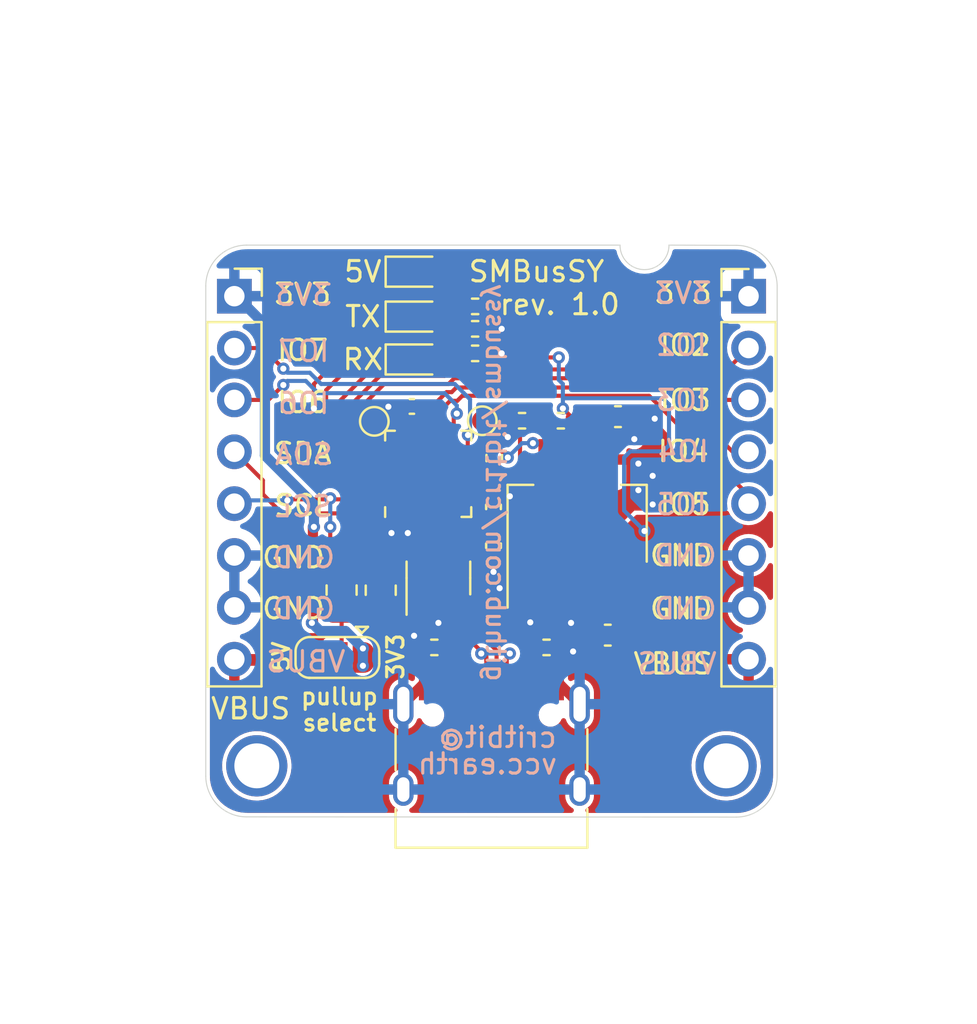
<source format=kicad_pcb>
(kicad_pcb (version 20211014) (generator pcbnew)
  (layers (0 "F.Cu" signal) (31 "B.Cu" signal) (34 "B.Paste" user) (35 "F.Paste" user) (36 "B.SilkS" user "B.Silkscreen") (37 "F.SilkS" user "F.Silkscreen") (38 "B.Mask" user) (39 "F.Mask" user) (44 "Edge.Cuts" user))
  (net 0 "")
  (net 1 "GND")
  (net 2 "VBUS")
  (net 3 "+3V3")
  (net 4 "/LED_TX")
  (net 5 "/LED_RX")
  (net 6 "Net-(C3-Pad1)")
  (net 7 "Net-(D1-Pad2)")
  (net 8 "Net-(D2-Pad2)")
  (net 9 "Net-(D3-Pad2)")
  (net 10 "Net-(J1-PadA5)")
  (net 11 "Net-(J1-PadA6)")
  (net 12 "Net-(J1-PadA7)")
  (net 14 "/IO7")
  (net 15 "/IO6")
  (net 16 "/SDA")
  (net 17 "/SCL")
  (net 18 "/IO5")
  (net 19 "/IO4")
  (net 20 "Net-(J1-PadB5)")
  (net 22 "Net-(JP1-Pad2)")
  (net 23 "Net-(R7-Pad2)")
  (net 24 "Net-(R10-Pad2)")
  (net 25 "Net-(TP1-Pad1)")
  (net 26 "Net-(TP2-Pad1)")
  (net 27 "Net-(U1-Pad4)")
  (net 28 "Net-(U1-Pad6)")
  (net 29 "/IO3")
  (net 30 "/IO2")
  (footprint "LED_SMD:LED_0603_1608Metric" (layer "F.Cu") (at 74.3 49.5)
    (fp_text reference "D1" hide)
    (fp_text value "LED")
    (pad "1" smd roundrect (at -0.7875 0) (size 0.875 0.95) (layers "F.Cu" "F.Paste" "F.Mask") (net 4 "/LED_TX"))
    (pad "2" smd roundrect (at 0.7875 0) (size 0.875 0.95) (layers "F.Cu" "F.Paste" "F.Mask") (net 7 "Net-(D1-Pad2)"))
  )
  (footprint "LED_SMD:LED_0603_1608Metric" (layer "F.Cu") (at 74.3 51.6)
    (fp_text reference "D2" hide)
    (fp_text value "LED")
    (pad "1" smd roundrect (at -0.7875 0) (size 0.875 0.95) (layers "F.Cu" "F.Paste" "F.Mask") (net 5 "/LED_RX"))
    (pad "2" smd roundrect (at 0.7875 0) (size 0.875 0.95) (layers "F.Cu" "F.Paste" "F.Mask") (net 8 "Net-(D2-Pad2)"))
  )
  (footprint "Resistor_SMD:R_0402_1005Metric" (layer "F.Cu") (at 78.136453 56.427734 -90)
    (fp_text reference "R7" hide)
    (fp_text value "1k")
    (pad "1" smd roundrect (at -0.51 0 270) (size 0.54 0.64) (layers "F.Cu" "F.Paste" "F.Mask") (net 3 "+3V3"))
    (pad "2" smd roundrect (at 0.51 0 270) (size 0.54 0.64) (layers "F.Cu" "F.Paste" "F.Mask") (net 23 "Net-(R7-Pad2)"))
  )
  (footprint "Resistor_SMD:R_0402_1005Metric" (layer "F.Cu") (at 77.2 51.3 180)
    (fp_text reference "R2" hide)
    (fp_text value "330")
    (pad "1" smd roundrect (at -0.51 0 180) (size 0.54 0.64) (layers "F.Cu" "F.Paste" "F.Mask") (net 3 "+3V3"))
    (pad "2" smd roundrect (at 0.51 0 180) (size 0.54 0.64) (layers "F.Cu" "F.Paste" "F.Mask") (net 8 "Net-(D2-Pad2)"))
  )
  (footprint "Resistor_SMD:R_0402_1005Metric" (layer "F.Cu") (at 81.4 54.6 180)
    (fp_text reference "R9" hide)
    (fp_text value "22k")
    (pad "1" smd roundrect (at -0.51 0 180) (size 0.54 0.64) (layers "F.Cu" "F.Paste" "F.Mask") (net 2 "VBUS"))
    (pad "2" smd roundrect (at 0.51 0 180) (size 0.54 0.64) (layers "F.Cu" "F.Paste" "F.Mask") (net 24 "Net-(R10-Pad2)"))
  )
  (footprint "Resistor_SMD:R_0402_1005Metric" (layer "F.Cu") (at 77.2 50.1 180)
    (fp_text reference "R1" hide)
    (fp_text value "330")
    (pad "1" smd roundrect (at -0.51 0 180) (size 0.54 0.64) (layers "F.Cu" "F.Paste" "F.Mask") (net 3 "+3V3"))
    (pad "2" smd roundrect (at 0.51 0 180) (size 0.54 0.64) (layers "F.Cu" "F.Paste" "F.Mask") (net 7 "Net-(D1-Pad2)"))
  )
  (footprint "LED_SMD:LED_0603_1608Metric" (layer "F.Cu") (at 74.3 47.3)
    (fp_text reference "D3" hide)
    (fp_text value "LED")
    (pad "1" smd roundrect (at -0.7875 0) (size 0.875 0.95) (layers "F.Cu" "F.Paste" "F.Mask") (net 1 "GND"))
    (pad "2" smd roundrect (at 0.7875 0) (size 0.875 0.95) (layers "F.Cu" "F.Paste" "F.Mask") (net 9 "Net-(D3-Pad2)"))
  )
  (footprint "Resistor_SMD:R_0402_1005Metric" (layer "F.Cu") (at 77.2 49)
    (fp_text reference "R8" hide)
    (fp_text value "1k")
    (pad "1" smd roundrect (at -0.51 0) (size 0.54 0.64) (layers "F.Cu" "F.Paste" "F.Mask") (net 9 "Net-(D3-Pad2)"))
    (pad "2" smd roundrect (at 0.51 0) (size 0.54 0.64) (layers "F.Cu" "F.Paste" "F.Mask") (net 2 "VBUS"))
  )
  (footprint "Connector_PinHeader_2.54mm:PinHeader_1x08_P2.54mm_Vertical" (layer "F.Cu") (at 65.4 48.5)
    (fp_text reference "J2" hide)
    (fp_text value "MAIN_OUT")
    (pad "1" thru_hole rect (at 0 0) (size 1.7 1.7) (drill 1) (layers *.Cu *.Mask) (net 3 "+3V3"))
    (pad "2" thru_hole oval (at 0 2.54) (size 1.7 1.7) (drill 1) (layers *.Cu *.Mask) (net 14 "/IO7"))
    (pad "3" thru_hole oval (at 0 5.08) (size 1.7 1.7) (drill 1) (layers *.Cu *.Mask) (net 15 "/IO6"))
    (pad "4" thru_hole oval (at 0 7.62) (size 1.7 1.7) (drill 1) (layers *.Cu *.Mask) (net 16 "/SDA"))
    (pad "5" thru_hole oval (at 0 10.16) (size 1.7 1.7) (drill 1) (layers *.Cu *.Mask) (net 17 "/SCL"))
    (pad "6" thru_hole oval (at 0 12.7) (size 1.7 1.7) (drill 1) (layers *.Cu *.Mask) (net 1 "GND"))
    (pad "7" thru_hole oval (at 0 15.24) (size 1.7 1.7) (drill 1) (layers *.Cu *.Mask) (net 1 "GND"))
    (pad "8" thru_hole oval (at 0 17.78) (size 1.7 1.7) (drill 1) (layers *.Cu *.Mask) (net 2 "VBUS"))
  )
  (footprint "Jumper:SolderJumper-3_P1.3mm_Bridged12_RoundedPad1.0x1.5mm" (layer "F.Cu") (at 70.45 66.1925 180)
    (fp_text reference "JP1" hide)
    (fp_text value "PU_VSEL")
    (fp_poly (pts (xy -0.9 -0.3) (xy -0.4 -0.3) (xy -0.4 0.3) (xy -0.9 0.3)) (layer "F.Cu") (width 0) (fill solid))
    (pad "1" smd custom (at -1.3 0 180) (size 1 0.5) (layers "F.Cu" "F.Mask") (net 3 "+3V3") (options (clearance outline) (anchor rect)) (primitives (gr_circle (center 0 0.25) (end 0.5 0.25) (width 0) (fill yes)) (gr_circle (center 0 -0.25) (end 0.5 -0.25) (width 0) (fill yes)) (gr_poly (pts (xy 0.55 0.75) (xy 0 0.75) (xy 0 -0.75) (xy 0.55 -0.75)) (width 0) (fill yes))))
    (pad "2" smd rect (at 0 0 180) (size 1 1.5) (layers "F.Cu" "F.Mask") (net 22 "Net-(JP1-Pad2)"))
    (pad "3" smd custom (at 1.3 0 180) (size 1 0.5) (layers "F.Cu" "F.Mask") (net 2 "VBUS") (options (clearance outline) (anchor rect)) (primitives (gr_circle (center 0 0.25) (end 0.5 0.25) (width 0) (fill yes)) (gr_circle (center 0 -0.25) (end 0.5 -0.25) (width 0) (fill yes)) (gr_poly (pts (xy 0 0.75) (xy -0.55 0.75) (xy -0.55 -0.75) (xy 0 -0.75)) (width 0) (fill yes))))
  )
  (footprint "Connector_USB:USB_C_Receptacle_HRO_TYPE-C-31-M-12" (layer "F.Cu") (at 78 71.61)
    (fp_text reference "J1" hide)
    (fp_text value "USB_C_Receptacle_USB2.0")
    (pad "" np_thru_hole circle (at 2.89 -2.6) (size 0.65 0.65) (drill 0.65) (layers *.Cu *.Mask))
    (pad "" np_thru_hole circle (at -2.89 -2.6) (size 0.65 0.65) (drill 0.65) (layers *.Cu *.Mask))
    (pad "A1" smd rect (at -3.25 -4.045) (size 0.6 1.45) (layers "F.Cu" "F.Paste" "F.Mask") (net 1 "GND"))
    (pad "A4" smd rect (at -2.45 -4.045) (size 0.6 1.45) (layers "F.Cu" "F.Paste" "F.Mask") (net 2 "VBUS"))
    (pad "A5" smd rect (at -1.25 -4.045) (size 0.3 1.45) (layers "F.Cu" "F.Paste" "F.Mask") (net 10 "Net-(J1-PadA5)"))
    (pad "A6" smd rect (at -0.25 -4.045) (size 0.3 1.45) (layers "F.Cu" "F.Paste" "F.Mask") (net 11 "Net-(J1-PadA6)"))
    (pad "A7" smd rect (at 0.25 -4.045) (size 0.3 1.45) (layers "F.Cu" "F.Paste" "F.Mask") (net 12 "Net-(J1-PadA7)"))
    (pad "A8" smd rect (at 1.25 -4.045) (size 0.3 1.45) (layers "F.Cu" "F.Paste" "F.Mask"))
    (pad "A9" smd rect (at 2.45 -4.045) (size 0.6 1.45) (layers "F.Cu" "F.Paste" "F.Mask") (net 2 "VBUS"))
    (pad "A12" smd rect (at 3.25 -4.045) (size 0.6 1.45) (layers "F.Cu" "F.Paste" "F.Mask") (net 1 "GND"))
    (pad "B1" smd rect (at 3.25 -4.045) (size 0.6 1.45) (layers "F.Cu" "F.Paste" "F.Mask") (net 1 "GND"))
    (pad "B4" smd rect (at 2.45 -4.045) (size 0.6 1.45) (layers "F.Cu" "F.Paste" "F.Mask") (net 2 "VBUS"))
    (pad "B5" smd rect (at 1.75 -4.045) (size 0.3 1.45) (layers "F.Cu" "F.Paste" "F.Mask") (net 20 "Net-(J1-PadB5)"))
    (pad "B6" smd rect (at 0.75 -4.045) (size 0.3 1.45) (layers "F.Cu" "F.Paste" "F.Mask") (net 11 "Net-(J1-PadA6)"))
    (pad "B7" smd rect (at -0.75 -4.045) (size 0.3 1.45) (layers "F.Cu" "F.Paste" "F.Mask") (net 12 "Net-(J1-PadA7)"))
    (pad "B8" smd rect (at -1.75 -4.045) (size 0.3 1.45) (layers "F.Cu" "F.Paste" "F.Mask"))
    (pad "B9" smd rect (at -2.45 -4.045) (size 0.6 1.45) (layers "F.Cu" "F.Paste" "F.Mask") (net 2 "VBUS"))
    (pad "B12" smd rect (at -3.25 -4.045) (size 0.6 1.45) (layers "F.Cu" "F.Paste" "F.Mask") (net 1 "GND"))
    (pad "S1" thru_hole oval (at 4.32 -3.13) (size 1 2.1) (drill oval 0.6 1.7) (layers *.Cu *.Mask) (net 1 "GND"))
    (pad "S1" thru_hole oval (at -4.32 -3.13) (size 1 2.1) (drill oval 0.6 1.7) (layers *.Cu *.Mask) (net 1 "GND"))
    (pad "S1" thru_hole oval (at 4.32 1.05) (size 1 1.6) (drill oval 0.6 1.2) (layers *.Cu *.Mask) (net 1 "GND"))
    (pad "S1" thru_hole oval (at -4.32 1.05) (size 1 1.6) (drill oval 0.6 1.2) (layers *.Cu *.Mask) (net 1 "GND"))
  )
  (footprint "Package_TO_SOT_SMD:SOT-223-3_TabPin2" (layer "F.Cu") (at 82.2 59.65 90)
    (fp_text reference "U3" hide)
    (fp_text value "LM1117-3.3")
    (pad "1" smd rect (at -3.15 -2.3 90) (size 2 1.5) (layers "F.Cu" "F.Paste" "F.Mask") (net 1 "GND"))
    (pad "2" smd rect (at -3.15 0 90) (size 2 1.5) (layers "F.Cu" "F.Paste" "F.Mask") (net 3 "+3V3"))
    (pad "2" smd rect (at 3.15 0 90) (size 2 3.8) (layers "F.Cu" "F.Paste" "F.Mask") (net 3 "+3V3"))
    (pad "3" smd rect (at -3.15 2.3 90) (size 2 1.5) (layers "F.Cu" "F.Paste" "F.Mask") (net 2 "VBUS"))
  )
  (footprint "Resistor_SMD:R_0805_2012Metric_Pad1.20x1.40mm_HandSolder" (layer "F.Cu") (at 70.656627 62.892734 90)
    (fp_text reference "R6" hide)
    (fp_text value "2.2k/1206")
    (pad "1" smd roundrect (at -1 0 90) (size 1.2 1.4) (layers "F.Cu" "F.Paste" "F.Mask") (roundrect_rratio 0.2083333333) (net 22 "Net-(JP1-Pad2)"))
    (pad "2" smd roundrect (at 1 0 90) (size 1.2 1.4) (layers "F.Cu" "F.Paste" "F.Mask") (roundrect_rratio 0.2083333333) (net 17 "/SCL"))
  )
  (footprint "Connector_PinHeader_2.54mm:PinHeader_1x08_P2.54mm_Vertical" (layer "F.Cu") (at 90.6 48.5)
    (fp_text reference "J3" hide)
    (fp_text value "SEC_OUT")
    (pad "1" thru_hole rect (at 0 0) (size 1.7 1.7) (drill 1) (layers *.Cu *.Mask) (net 3 "+3V3"))
    (pad "2" thru_hole oval (at 0 2.54) (size 1.7 1.7) (drill 1) (layers *.Cu *.Mask) (net 30 "/IO2"))
    (pad "3" thru_hole oval (at 0 5.08) (size 1.7 1.7) (drill 1) (layers *.Cu *.Mask) (net 29 "/IO3"))
    (pad "4" thru_hole oval (at 0 7.62) (size 1.7 1.7) (drill 1) (layers *.Cu *.Mask) (net 19 "/IO4"))
    (pad "5" thru_hole oval (at 0 10.16) (size 1.7 1.7) (drill 1) (layers *.Cu *.Mask) (net 18 "/IO5"))
    (pad "6" thru_hole oval (at 0 12.7) (size 1.7 1.7) (drill 1) (layers *.Cu *.Mask) (net 1 "GND"))
    (pad "7" thru_hole oval (at 0 15.24) (size 1.7 1.7) (drill 1) (layers *.Cu *.Mask) (net 1 "GND"))
    (pad "8" thru_hole oval (at 0 17.78) (size 1.7 1.7) (drill 1) (layers *.Cu *.Mask) (net 2 "VBUS"))
  )
  (footprint "Capacitor_SMD:C_0603_1608Metric" (layer "F.Cu") (at 84.2 54.4)
    (fp_text reference "C5" hide)
    (fp_text value "10u")
    (pad "1" smd roundrect (at -0.775 0) (size 0.9 0.95) (layers "F.Cu" "F.Paste" "F.Mask") (net 3 "+3V3"))
    (pad "2" smd roundrect (at 0.775 0) (size 0.9 0.95) (layers "F.Cu" "F.Paste" "F.Mask") (net 1 "GND"))
  )
  (footprint "Capacitor_SMD:C_0402_1005Metric" (layer "F.Cu") (at 78.1 60.72 -90)
    (fp_text reference "C1" hide)
    (fp_text value "100n")
    (pad "1" smd roundrect (at -0.48 0 270) (size 0.56 0.62) (layers "F.Cu" "F.Paste" "F.Mask") (net 3 "+3V3"))
    (pad "2" smd roundrect (at 0.48 0 270) (size 0.56 0.62) (layers "F.Cu" "F.Paste" "F.Mask") (net 1 "GND"))
  )
  (footprint "Package_TO_SOT_SMD:SOT-23-6" (layer "F.Cu") (at 75.4 62.3 90)
    (fp_text reference "U1" hide)
    (fp_text value "USBLC6-2SC6")
    (pad "1" smd roundrect (at -1.1375 -0.95 90) (size 1.325 0.6) (layers "F.Cu" "F.Paste" "F.Mask") (net 11 "Net-(J1-PadA6)"))
    (pad "2" smd roundrect (at -1.1375 0 90) (size 1.325 0.6) (layers "F.Cu" "F.Paste" "F.Mask") (net 1 "GND"))
    (pad "3" smd roundrect (at -1.1375 0.95 90) (size 1.325 0.6) (layers "F.Cu" "F.Paste" "F.Mask") (net 12 "Net-(J1-PadA7)"))
    (pad "4" smd roundrect (at 1.1375 0.95 90) (size 1.325 0.6) (layers "F.Cu" "F.Paste" "F.Mask") (net 27 "Net-(U1-Pad4)"))
    (pad "5" smd roundrect (at 1.1375 0 90) (size 1.325 0.6) (layers "F.Cu" "F.Paste" "F.Mask") (net 2 "VBUS"))
    (pad "6" smd roundrect (at 1.1375 -0.95 90) (size 1.325 0.6) (layers "F.Cu" "F.Paste" "F.Mask") (net 28 "Net-(U1-Pad6)"))
  )
  (footprint "Capacitor_SMD:C_0402_1005Metric" (layer "F.Cu") (at 74.1 53.9 180)
    (fp_text reference "C3" hide)
    (fp_text value "2.2u")
    (pad "1" smd roundrect (at -0.48 0 180) (size 0.56 0.62) (layers "F.Cu" "F.Paste" "F.Mask") (net 6 "Net-(C3-Pad1)"))
    (pad "2" smd roundrect (at 0.48 0 180) (size 0.56 0.62) (layers "F.Cu" "F.Paste" "F.Mask") (net 1 "GND"))
  )
  (footprint "Package_DFN_QFN:QFN-24-1EP_4x4mm_P0.5mm_EP2.6x2.6mm" (layer "F.Cu") (at 74.9 57.2 90)
    (fp_text reference "U2" hide)
    (fp_text value "CP2112")
    (pad "1" smd roundrect (at -1.9375 -1.25 90) (size 0.825 0.25) (layers "F.Cu" "F.Paste" "F.Mask") (net 16 "/SDA"))
    (pad "2" smd roundrect (at -1.9375 -0.75 90) (size 0.825 0.25) (layers "F.Cu" "F.Paste" "F.Mask") (net 1 "GND"))
    (pad "3" smd roundrect (at -1.9375 -0.25 90) (size 0.825 0.25) (layers "F.Cu" "F.Paste" "F.Mask") (net 28 "Net-(U1-Pad6)"))
    (pad "4" smd roundrect (at -1.9375 0.25 90) (size 0.825 0.25) (layers "F.Cu" "F.Paste" "F.Mask") (net 27 "Net-(U1-Pad4)"))
    (pad "5" smd roundrect (at -1.9375 0.75 90) (size 0.825 0.25) (layers "F.Cu" "F.Paste" "F.Mask") (net 3 "+3V3"))
    (pad "6" smd roundrect (at -1.9375 1.25 90) (size 0.825 0.25) (layers "F.Cu" "F.Paste" "F.Mask") (net 3 "+3V3"))
    (pad "7" smd roundrect (at -1.25 1.9375 90) (size 0.25 0.825) (layers "F.Cu" "F.Paste" "F.Mask") (net 3 "+3V3"))
    (pad "8" smd roundrect (at -0.75 1.9375 90) (size 0.25 0.825) (layers "F.Cu" "F.Paste" "F.Mask") (net 24 "Net-(R10-Pad2)"))
    (pad "9" smd roundrect (at -0.25 1.9375 90) (size 0.25 0.825) (layers "F.Cu" "F.Paste" "F.Mask") (net 23 "Net-(R7-Pad2)"))
    (pad "10" smd roundrect (at 0.25 1.9375 90) (size 0.25 0.825) (layers "F.Cu" "F.Paste" "F.Mask"))
    (pad "11" smd roundrect (at 0.75 1.9375 90) (size 0.25 0.825) (layers "F.Cu" "F.Paste" "F.Mask") (net 26 "Net-(TP2-Pad1)"))
    (pad "12" smd roundrect (at 1.25 1.9375 90) (size 0.25 0.825) (layers "F.Cu" "F.Paste" "F.Mask") (net 14 "/IO7"))
    (pad "13" smd roundrect (at 1.9375 1.25 90) (size 0.825 0.25) (layers "F.Cu" "F.Paste" "F.Mask") (net 15 "/IO6"))
    (pad "14" smd roundrect (at 1.9375 0.75 90) (size 0.825 0.25) (layers "F.Cu" "F.Paste" "F.Mask") (net 18 "/IO5"))
    (pad "15" smd roundrect (at 1.9375 0.25 90) (size 0.825 0.25) (layers "F.Cu" "F.Paste" "F.Mask") (net 19 "/IO4"))
    (pad "16" smd roundrect (at 1.9375 -0.25 90) (size 0.825 0.25) (layers "F.Cu" "F.Paste" "F.Mask") (net 6 "Net-(C3-Pad1)"))
    (pad "17" smd roundrect (at 1.9375 -0.75 90) (size 0.825 0.25) (layers "F.Cu" "F.Paste" "F.Mask") (net 25 "Net-(TP1-Pad1)"))
    (pad "18" smd roundrect (at 1.9375 -1.25 90) (size 0.825 0.25) (layers "F.Cu" "F.Paste" "F.Mask"))
    (pad "19" smd roundrect (at 1.25 -1.9375 90) (size 0.25 0.825) (layers "F.Cu" "F.Paste" "F.Mask"))
    (pad "20" smd roundrect (at 0.75 -1.9375 90) (size 0.25 0.825) (layers "F.Cu" "F.Paste" "F.Mask") (net 29 "/IO3"))
    (pad "21" smd roundrect (at 0.25 -1.9375 90) (size 0.25 0.825) (layers "F.Cu" "F.Paste" "F.Mask") (net 30 "/IO2"))
    (pad "22" smd roundrect (at -0.25 -1.9375 90) (size 0.25 0.825) (layers "F.Cu" "F.Paste" "F.Mask") (net 5 "/LED_RX"))
    (pad "23" smd roundrect (at -0.75 -1.9375 90) (size 0.25 0.825) (layers "F.Cu" "F.Paste" "F.Mask") (net 4 "/LED_TX"))
    (pad "24" smd roundrect (at -1.25 -1.9375 90) (size 0.25 0.825) (layers "F.Cu" "F.Paste" "F.Mask") (net 17 "/SCL"))
    (pad "25" smd rect (at 0 0 90) (size 2.6 2.6) (layers "F.Cu" "F.Mask") (net 1 "GND"))
  )
  (footprint "Resistor_SMD:R_0402_1005Metric" (layer "F.Cu") (at 79.5 54.6)
    (fp_text reference "R10" hide)
    (fp_text value "47k")
    (pad "1" smd roundrect (at -0.51 0) (size 0.54 0.64) (layers "F.Cu" "F.Paste" "F.Mask") (net 1 "GND"))
    (pad "2" smd roundrect (at 0.51 0) (size 0.54 0.64) (layers "F.Cu" "F.Paste" "F.Mask") (net 24 "Net-(R10-Pad2)"))
  )
  (footprint "Resistor_SMD:R_0805_2012Metric_Pad1.20x1.40mm_HandSolder" (layer "F.Cu") (at 72.573949 62.899557 90)
    (fp_text reference "R5" hide)
    (fp_text value "2.2k/1206")
    (pad "1" smd roundrect (at -1 0 90) (size 1.2 1.4) (layers "F.Cu" "F.Paste" "F.Mask") (roundrect_rratio 0.2083333333) (net 22 "Net-(JP1-Pad2)"))
    (pad "2" smd roundrect (at 1 0 90) (size 1.2 1.4) (layers "F.Cu" "F.Paste" "F.Mask") (roundrect_rratio 0.2083333333) (net 16 "/SDA"))
  )
  (footprint "TestPoint:TestPoint_Pad_D1.0mm" (layer "F.Cu") (at 72.258852 54.628603)
    (fp_text reference "TP1" hide)
    (fp_text value "nSUS")
    (pad "1" smd circle (at 0 0) (size 1 1) (layers "F.Cu" "F.Mask") (net 25 "Net-(TP1-Pad1)"))
  )
  (footprint "Resistor_SMD:R_0402_1005Metric" (layer "F.Cu") (at 75.2 65.7 180)
    (fp_text reference "R3" hide)
    (fp_text value "470")
    (pad "1" smd roundrect (at -0.51 0 180) (size 0.54 0.64) (layers "F.Cu" "F.Paste" "F.Mask") (net 10 "Net-(J1-PadA5)"))
    (pad "2" smd roundrect (at 0.51 0 180) (size 0.54 0.64) (layers "F.Cu" "F.Paste" "F.Mask") (net 1 "GND"))
  )
  (footprint "Resistor_SMD:R_0402_1005Metric" (layer "F.Cu") (at 80.7 65.7)
    (fp_text reference "R4" hide)
    (fp_text value "470")
    (pad "1" smd roundrect (at -0.51 0) (size 0.54 0.64) (layers "F.Cu" "F.Paste" "F.Mask") (net 20 "Net-(J1-PadB5)"))
    (pad "2" smd roundrect (at 0.51 0) (size 0.54 0.64) (layers "F.Cu" "F.Paste" "F.Mask") (net 1 "GND"))
  )
  (footprint "Capacitor_SMD:C_0402_1005Metric" (layer "F.Cu") (at 78.1 58.82 90)
    (fp_text reference "C2" hide)
    (fp_text value "2.2u")
    (pad "1" smd roundrect (at -0.48 0 90) (size 0.56 0.62) (layers "F.Cu" "F.Paste" "F.Mask") (net 3 "+3V3"))
    (pad "2" smd roundrect (at 0.48 0 90) (size 0.56 0.62) (layers "F.Cu" "F.Paste" "F.Mask") (net 1 "GND"))
  )
  (footprint "TestPoint:TestPoint_Pad_D1.0mm" (layer "F.Cu") (at 77.55 54.6)
    (fp_text reference "TP2" hide)
    (fp_text value "SUS")
    (pad "1" smd circle (at 0 0) (size 1 1) (layers "F.Cu" "F.Mask") (net 26 "Net-(TP2-Pad1)"))
  )
  (footprint "Capacitor_SMD:C_0603_1608Metric" (layer "F.Cu") (at 83.7 65.1 180)
    (fp_text reference "C4" hide)
    (fp_text value "10u")
    (pad "1" smd roundrect (at -0.775 0 180) (size 0.9 0.95) (layers "F.Cu" "F.Paste" "F.Mask") (net 2 "VBUS"))
    (pad "2" smd roundrect (at 0.775 0 180) (size 0.9 0.95) (layers "F.Cu" "F.Paste" "F.Mask") (net 1 "GND"))
  )
  (gr_line (start 90 74.01) (end 66 74) (layer "Edge.Cuts") (width 0.05))
  (gr_line (start 92 48.01) (end 92 72.01) (layer "Edge.Cuts") (width 0.05))
  (gr_line (start 64 72) (end 64 48) (layer "Edge.Cuts") (width 0.05))
  (gr_arc (start 86.7 46) (mid 85.5 47.2) (end 84.3 46) (layer "Edge.Cuts") (width 0.05))
  (gr_arc (start 64 48) (mid 64.585786 46.585786) (end 66 46) (layer "Edge.Cuts") (width 0.05))
  (gr_arc (start 66 74) (mid 64.585786 73.414214) (end 64 72) (layer "Edge.Cuts") (width 0.05))
  (gr_arc (start 90 46.01) (mid 91.414214 46.595786) (end 92 48.01) (layer "Edge.Cuts") (width 0.05))
  (gr_line (start 90 46.01) (end 86.7 46) (layer "Edge.Cuts") (width 0.05))
  (gr_line (start 66 46) (end 84.3 46) (layer "Edge.Cuts") (width 0.05))
  (gr_arc (start 92 72.01) (mid 91.414214 73.424214) (end 90 74.01) (layer "Edge.Cuts") (width 0.05))
  (gr_text "vcc.earth" (at 77.8 71.4) (layer "B.SilkS") (effects (font (size 1 1)) (justify mirror)))
  (gr_text "3V3" (at 87.403572 48.35) (layer "B.SilkS") (effects (font (size 1 1)) (justify mirror)))
  (gr_text "IO7" (at 68.8 51.2) (layer "B.SilkS") (effects (font (size 1 1)) (justify mirror)))
  (gr_text "GND" (at 87.503572 63.8) (layer "B.SilkS") (effects (font (size 1 1)) (justify mirror)))
  (gr_text "GND" (at 68.8 61.3) (layer "B.SilkS") (effects (font (size 1 1)) (justify mirror)))
  (gr_text "github.com/cr1tbit/smbussy" (at 78.2 47.8 270) (layer "B.SilkS") (effects (font (size 0.9 0.9)) (justify right mirror)))
  (gr_text "GND" (at 87.503572 61.2) (layer "B.SilkS") (effects (font (size 1 1)) (justify mirror)))
  (gr_text "VBUS" (at 87.1 66.5) (layer "B.SilkS") (effects (font (size 1 1)) (justify mirror)))
  (gr_text "IO5" (at 87.303572 58.7) (layer "B.SilkS") (effects (font (size 1 1)) (justify mirror)))
  (gr_text "IO3" (at 87.303572 53.6) (layer "B.SilkS") (effects (font (size 1 1)) (justify mirror)))
  (gr_text "critbit@" (at 78.3 70.1) (layer "B.SilkS") (effects (font (size 1 1)) (justify mirror)))
  (gr_text "IO2" (at 87.303572 50.9) (layer "B.SilkS") (effects (font (size 1 1)) (justify mirror)))
  (gr_text "IO4" (at 87.403572 56.1) (layer "B.SilkS") (effects (font (size 1 1)) (justify mirror)))
  (gr_text "VBUS" (at 68.904762 66.4) (layer "B.SilkS") (effects (font (size 1 1)) (justify mirror)))
  (gr_text "SDA" (at 68.8 56.25) (layer "B.SilkS") (effects (font (size 1 1)) (justify mirror)))
  (gr_text "SCL" (at 68.8 58.8) (layer "B.SilkS") (effects (font (size 1 1)) (justify mirror)))
  (gr_text "3V3" (at 68.8 48.45) (layer "B.SilkS") (effects (font (size 1 1)) (justify mirror)))
  (gr_text "IO6" (at 68.8 53.75) (layer "B.SilkS") (effects (font (size 1 1)) (justify mirror)))
  (gr_text "GND" (at 68.8 63.8) (layer "B.SilkS") (effects (font (size 1 1)) (justify mirror)))
  (gr_text "IO7" (at 68.75 51.15) (layer "F.SilkS") (effects (font (size 1 1))))
  (gr_text "3V3\n" (at 68.75 48.4) (layer "F.SilkS") (effects (font (size 1 1))))
  (gr_text "TX" (at 71.7 49.5) (layer "F.SilkS") (effects (font (size 1 1))))
  (gr_text "RX" (at 71.7 51.6) (layer "F.SilkS") (effects (font (size 1 1))))
  (gr_text "5V" (at 71.7 47.3) (layer "F.SilkS") (effects (font (size 1 1))))
  (gr_text "IO5" (at 87.5 58.7) (layer "F.SilkS") (effects (font (size 1 1))))
  (gr_text "IO4" (at 87.4 56.1) (layer "F.SilkS") (effects (font (size 1 1))))
  (gr_text "GND" (at 68.3 61.3) (layer "F.SilkS") (effects (font (size 1 1))))
  (gr_text "SCL" (at 68.75 58.75) (layer "F.SilkS") (effects (font (size 1 1))))
  (gr_text "GND" (at 68.3 63.8) (layer "F.SilkS") (effects (font (size 1 1))))
  (gr_text "GND" (at 87.3 61.2) (layer "F.SilkS") (effects (font (size 1 1))))
  (gr_text "3V3" (at 87.4 48.35) (layer "F.SilkS") (effects (font (size 1 1))))
  (gr_text "pullup\nselect" (at 70.55 68.75) (layer "F.SilkS") (effects (font (size 0.8 0.8))))
  (gr_text "VBUS" (at 66.2 68.7) (layer "F.SilkS") (effects (font (size 1 1))))
  (gr_text "IO2" (at 87.5 50.9) (layer "F.SilkS") (effects (font (size 1 1))))
  (gr_text "3V3" (at 73.3 66.15 90) (layer "F.SilkS") (effects (font (size 0.8 0.8))))
  (gr_text "VBUS" (at 86.9 66.5) (layer "F.SilkS") (effects (font (size 1 1))))
  (gr_text "IO3" (at 87.5 53.6) (layer "F.SilkS") (effects (font (size 1 1))))
  (gr_text "5V" (at 67.7 66.15 90) (layer "F.SilkS") (effects (font (size 0.8 0.8))))
  (gr_text "GND" (at 87.3 63.8) (layer "F.SilkS") (effects (font (size 1 1))))
  (gr_text "IO6" (at 68.75 53.7) (layer "F.SilkS") (effects (font (size 1 1))))
  (gr_text "SMBusSY\n  rev. 1.0" (at 76.8 48.1) (layer "F.SilkS") (effects (font (size 1 1)) (justify left)))
  (gr_text "SDA" (at 68.75 56.2) (layer "F.SilkS") (effects (font (size 1 1))))
  (via (at 89.5 71.5) (size 3) (drill 2.2) (layers "F.Cu" "B.Cu") (net 0))
  (via (at 66.5 71.5) (size 3) (drill 2.2) (layers "F.Cu" "B.Cu") (net 0))
  (segment (start 79.901572 64.472785) (end 79.9 64.471213) (width 0.5) (layer "F.Cu") (net 1))
  (segment (start 74.595 67.565) (end 73.68 68.48) (width 0.5) (layer "F.Cu") (net 1))
  (segment (start 69.3 52.8) (end 72.6 49.5) (width 0.2) (layer "F.Cu") (net 1))
  (segment (start 74.15 59.85) (end 73.9 60.1) (width 0.2) (layer "F.Cu") (net 1))
  (segment (start 81.21 65.7) (end 81.8 65.7) (width 0.2) (layer "F.Cu") (net 1))
  (segment (start 78.1 61.2) (end 78.2 61.3) (width 0.2) (layer "F.Cu") (net 1))
  (segment (start 78.99 54.6) (end 78.99 55.21) (width 0.2) (layer "F.Cu") (net 1))
  (segment (start 73.9 60.1) (end 73.1 60.1) (width 0.2) (layer "F.Cu") (net 1))
  (segment (start 81.405 67.565) (end 82.32 68.48) (width 0.5) (layer "F.Cu") (net 1))
  (segment (start 72.948657 53.914425) (end 73.034232 54) (width 0.2) (layer "F.Cu") (net 1))
  (segment (start 74.15 59.1375) (end 74.15 57.95) (width 0.2) (layer "F.Cu") (net 1))
  (segment (start 75.4 63.4375) (end 75.4 64.5) (width 0.5) (layer "F.Cu") (net 1))
  (segment (start 81.872785 64.472785) (end 81.9 64.5) (width 0.5) (layer "F.Cu") (net 1))
  (segment (start 74.75 67.565) (end 74.595 67.565) (width 0.5) (layer "F.Cu") (net 1))
  (segment (start 79.9 62.8) (end 78.4 62.8) (width 0.5) (layer "F.Cu") (net 1))
  (segment (start 72.963082 53.9) (end 72.948657 53.914425) (width 0.2) (layer "F.Cu") (net 1))
  (segment (start 74.69 65.7) (end 74.69 65.614239) (width 0.2) (layer "F.Cu") (net 1))
  (segment (start 82.925 65.1) (end 82.5 65.1) (width 0.2) (layer "F.Cu") (net 1))
  (segment (start 81.25 67.565) (end 81.405 67.565) (width 0.5) (layer "F.Cu") (net 1))
  (segment (start 82.925 65.1) (end 82.8 65.1) (width 0.2) (layer "F.Cu") (net 1))
  (segment (start 84.975 54.4) (end 84.975 55.475) (width 0.2) (layer "F.Cu") (net 1))
  (segment (start 84.975 55.475) (end 85 55.5) (width 0.2) (layer "F.Cu") (net 1))
  (segment (start 78.99 55.21) (end 78.8 55.4) (width 0.2) (layer "F.Cu") (net 1))
  (segment (start 73.62 53.9) (end 72.963082 53.9) (width 0.2) (layer "F.Cu") (net 1))
  (segment (start 79.901572 64.472785) (end 81.872785 64.472785) (width 0.5) (layer "F.Cu") (net 1))
  (segment (start 78.1 58.34) (end 78.86 58.34) (width 0.2) (layer "F.Cu") (net 1))
  (segment (start 81.8 65.7) (end 82 65.9) (width 0.2) (layer "F.Cu") (net 1))
  (segment (start 85.9 54.4) (end 86 54.5) (width 0.2) (layer "F.Cu") (net 1))
  (segment (start 74.15 57.95) (end 74.9 57.2) (width 0.2) (layer "F.Cu") (net 1))
  (segment (start 72.6 48.2125) (end 73.5125 47.3) (width 0.2) (layer "F.Cu") (net 1))
  (segment (start 78.2 61.3) (end 79.510216 61.3) (width 0.2) (layer "F.Cu") (net 1))
  (segment (start 79.9 64.471213) (end 79.9 62.8) (width 0.5) (layer "F.Cu") (net 1))
  (segment (start 74.69 65.614239) (end 74.206983 65.131222) (width 0.2) (layer "F.Cu") (net 1))
  (segment (start 82.8 65.1) (end 82 65.9) (width 0.2) (layer "F.Cu") (net 1))
  (segment (start 79.510216 61.3) (end 79.9 61.689784) (width 0.2) (layer "F.Cu") (net 1))
  (segment (start 69.3 54) (end 69.3 52.8) (width 0.2) (layer "F.Cu") (net 1))
  (segment (start 82.5 65.1) (end 81.9 64.5) (width 0.2) (layer "F.Cu") (net 1))
  (segment (start 78.1 61.2) (end 78.1 62) (width 0.2) (layer "F.Cu") (net 1))
  (segment (start 79.9 61.689784) (end 79.9 62.8) (width 0.2) (layer "F.Cu") (net 1))
  (segment (start 84.975 54.4) (end 85.9 54.4) (width 0.2) (layer "F.Cu") (net 1))
  (segment (start 78.86 58.34) (end 78.9 58.3) (width 0.2) (layer "F.Cu") (net 1))
  (segment (start 74.15 59.1375) (end 74.15 59.85) (width 0.2) (layer "F.Cu") (net 1))
  (segment (start 72.6 49.5) (end 72.6 48.2125) (width 0.2) (layer "F.Cu") (net 1))
  (via (at 78.4 62.8) (size 0.6) (drill 0.3) (layers "F.Cu" "B.Cu") (net 1))
  (via (at 79.901572 64.472785) (size 0.6) (drill 0.3) (layers "F.Cu" "B.Cu") (net 1))
  (via (at 78.8 55.4) (size 0.6) (drill 0.3) (layers "F.Cu" "B.Cu") (net 1))
  (via (at 69.3 54) (size 0.6) (drill 0.3) (layers "F.Cu" "B.Cu") (net 1))
  (via (at 86 54.5) (size 0.6) (drill 0.3) (layers "F.Cu" "B.Cu") (net 1))
  (via (at 78.9 58.3) (size 0.6) (drill 0.3) (layers "F.Cu" "B.Cu") (net 1))
  (via (at 82 65.9) (size 0.6) (drill 0.3) (layers "F.Cu" "B.Cu") (net 1))
  (via (at 73.9 60.1) (size 0.6) (drill 0.3) (layers "F.Cu" "B.Cu") (net 1))
  (via (at 75.4 64.5) (size 0.6) (drill 0.3) (layers "F.Cu" "B.Cu") (net 1))
  (via (at 78.1 62) (size 0.6) (drill 0.3) (layers "F.Cu" "B.Cu") (net 1))
  (via (at 74.206983 65.131222) (size 0.6) (drill 0.3) (layers "F.Cu" "B.Cu") (net 1))
  (via (at 81.9 64.5) (size 0.6) (drill 0.3) (layers "F.Cu" "B.Cu") (net 1))
  (via (at 73.1 60.1) (size 0.6) (drill 0.3) (layers "F.Cu" "B.Cu") (net 1))
  (via (at 72.948657 53.914425) (size 0.6) (drill 0.3) (layers "F.Cu" "B.Cu") (net 1))
  (via (at 85 55.5) (size 0.6) (drill 0.3) (layers "F.Cu" "B.Cu") (net 1))
  (segment (start 80.8 66.5) (end 84.4 66.5) (width 0.2) (layer "F.Cu") (net 2))
  (segment (start 80.45 67.565) (end 80.45 66.85) (width 0.2) (layer "F.Cu") (net 2))
  (segment (start 84.475 66.425) (end 84.475 65.1) (width 0.2) (layer "F.Cu") (net 2))
  (segment (start 80.45 68.25) (end 79.5 69.2) (width 0.2) (layer "F.Cu") (net 2))
  (segment (start 79.4 49.4) (end 79.4 50.9) (width 0.2) (layer "F.Cu") (net 2))
  (segment (start 75.55 66.75) (end 75.3 66.5) (width 0.2) (layer "F.Cu") (net 2))
  (segment (start 73.3 66.5) (end 72 67.8) (width 0.2) (layer "F.Cu") (net 2))
  (segment (start 79.5 69.2) (end 76.6 69.2) (width 0.2) (layer "F.Cu") (net 2))
  (segment (start 73.706602 64.557597) (end 73.3 64.964199) (width 0.5) (layer "F.Cu") (net 2))
  (segment (start 73.706602 62.701684) (end 73.706602 64.557597) (width 0.5) (layer "F.Cu") (net 2))
  (segment (start 75.4 61.710384) (end 74.810384 62.3) (width 0.5) (layer "F.Cu") (net 2))
  (segment (start 73.3 64.964199) (end 73.3 66.5) (width 0.5) (layer "F.Cu") (net 2))
  (segment (start 81.91 54.6) (end 81.91 54.41) (width 0.2) (layer "F.Cu") (net 2))
  (segment (start 81.91 54.41) (end 81.5 54) (width 0.2) (layer "F.Cu") (net 2))
  (segment (start 75.3 66.5) (end 73.3 66.5) (width 0.2) (layer "F.Cu") (net 2))
  (segment (start 79.4 50.9) (end 80 51.5) (width 0.2) (layer "F.Cu") (net 2))
  (segment (start 74.108286 62.3) (end 73.706602 62.701684) (width 0.5) (layer "F.Cu") (net 2))
  (segment (start 75.55 67.565) (end 75.55 66.75) (width 0.2) (layer "F.Cu") (net 2))
  (segment (start 80 51.5) (end 81.3 51.5) (width 0.2) (layer "F.Cu") (net 2))
  (segment (start 75.55 68.15) (end 75.55 67.565) (width 0.2) (layer "F.Cu") (net 2))
  (segment (start 77.71 49) (end 79 49) (width 0.2) (layer "F.Cu") (net 2))
  (segment (start 72 67.8) (end 68.8 67.8) (width 0.2) (layer "F.Cu") (net 2))
  (segment (start 65.62 66.5) (end 65.4 66.28) (width 0.2) (layer "F.Cu") (net 2))
  (segment (start 68.8 67.8) (end 67.5 66.5) (width 0.2) (layer "F.Cu") (net 2))
  (segment (start 76.6 69.2) (end 75.55 68.15) (width 0.2) (layer "F.Cu") (net 2))
  (segment (start 80.45 66.85) (end 80.8 66.5) (width 0.2) (layer "F.Cu") (net 2))
  (segment (start 74.810384 62.3) (end 74.108286 62.3) (width 0.5) (layer "F.Cu") (net 2))
  (segment (start 79 49) (end 79.4 49.4) (width 0.2) (layer "F.Cu") (net 2))
  (segment (start 67.5 66.5) (end 65.62 66.5) (width 0.2) (layer "F.Cu") (net 2))
  (segment (start 80.45 67.565) (end 80.45 68.25) (width 0.2) (layer "F.Cu") (net 2))
  (segment (start 75.4 61.1625) (end 75.4 61.710384) (width 0.5) (layer "F.Cu") (net 2))
  (segment (start 84.4 66.5) (end 84.475 66.425) (width 0.2) (layer "F.Cu") (net 2))
  (via (at 81.5 54) (size 0.6) (drill 0.3) (layers "F.Cu" "B.Cu") (net 2))
  (via (at 85.5 60) (size 0.6) (drill 0.3) (layers "F.Cu" "B.Cu") (net 2))
  (via (at 81.3 51.5) (size 0.6) (drill 0.3) (layers "F.Cu" "B.Cu") (net 2))
  (segment (start 84.5 59) (end 84.5 56.4) (width 0.2) (layer "B.Cu") (net 2))
  (segment (start 85.5 60) (end 84.5 59) (width 0.2) (layer "B.Cu") (net 2))
  (segment (start 81.5 52.8) (end 81.5 53.5) (width 0.2) (layer "B.Cu") (net 2))
  (segment (start 84.5 56.4) (end 84.8 56.1) (width 0.2) (layer "B.Cu") (net 2))
  (segment (start 81.3 51.5) (end 81.3 52.6) (width 0.2) (layer "B.Cu") (net 2))
  (segment (start 86.4 56.1) (end 86.7 55.8) (width 0.2) (layer "B.Cu") (net 2))
  (segment (start 84.8 56.1) (end 86.4 56.1) (width 0.2) (layer "B.Cu") (net 2))
  (segment (start 86.7 55.8) (end 86.7 53.8) (width 0.2) (layer "B.Cu") (net 2))
  (segment (start 86.4 53.5) (end 81.5 53.5) (width 0.2) (layer "B.Cu") (net 2))
  (segment (start 86.7 53.8) (end 86.4 53.5) (width 0.2) (layer "B.Cu") (net 2))
  (segment (start 81.5 53.5) (end 81.5 54) (width 0.2) (layer "B.Cu") (net 2))
  (segment (start 81.3 52.6) (end 81.5 52.8) (width 0.2) (layer "B.Cu") (net 2))
  (segment (start 69.25 59.85) (end 69.3 59.8) (width 0.5) (layer "F.Cu") (net 3))
  (segment (start 77.1 60.3) (end 76.8 60) (width 0.2) (layer "F.Cu") (net 3))
  (segment (start 81.397866 55.697866) (end 82.2 56.5) (width 0.2) (layer "F.Cu") (net 3))
  (segment (start 69.2 64.5) (end 69.25 64.45) (width 0.5) (layer "F.Cu") (net 3))
  (segment (start 77.9375 59.1375) (end 78.1 59.3) (width 0.2) (layer "F.Cu") (net 3))
  (segment (start 69.25 64.45) (end 69.25 59.85) (width 0.5) (layer "F.Cu") (net 3))
  (segment (start 83.425 54.4) (end 83.425 55.275) (width 0.2) (layer "F.Cu") (net 3))
  (segment (start 77.71 50.1) (end 78.5 50.1) (width 0.2) (layer "F.Cu") (net 3))
  (segment (start 83.425 55.275) (end 82.2 56.5) (width 0.2) (layer "F.Cu") (net 3))
  (segment (start 78.317734 55.917734) (end 78.136453 55.917734) (width 0.2) (layer "F.Cu") (net 3))
  (segment (start 77.71 51.3) (end 78.5 51.3) (width 0.2) (layer "F.Cu") (net 3))
  (segment (start 76.15 59.95) (end 76.1 60) (width 0.2) (layer "F.Cu") (net 3))
  (segment (start 76.15 59.1375) (end 76.9375 59.1375) (width 0.2) (layer "F.Cu") (net 3))
  (segment (start 78.8 56.4) (end 78.317734 55.917734) (width 0.2) (layer "F.Cu") (net 3))
  (segment (start 76.8375 59.0375) (end 76.9375 59.1375) (width 0.2) (layer "F.Cu") (net 3))
  (segment (start 71.9 65.95) (end 71.7 65.75) (width 0.2) (layer "F.Cu") (net 3))
  (segment (start 76.9375 59.1375) (end 77.9375 59.1375) (width 0.2) (layer "F.Cu") (net 3))
  (segment (start 78.1 60.24) (end 78.04 60.3) (width 0.2) (layer "F.Cu") (net 3))
  (segment (start 76.8375 58.45) (end 76.8375 59.0375) (width 0.2) (layer "F.Cu") (net 3))
  (segment (start 76.4 60) (end 76.8 60) (width 0.2) (layer "F.Cu") (net 3))
  (segment (start 76.15 59.1375) (end 76.15 59.95) (width 0.2) (layer "F.Cu") (net 3))
  (segment (start 80.031996 55.697866) (end 81.397866 55.697866) (width 0.2) (layer "F.Cu") (net 3))
  (segment (start 75.65 59.1375) (end 75.65 59.55) (width 0.2) (layer "F.Cu") (net 3))
  (segment (start 76.1 60) (end 76.4 60) (width 0.2) (layer "F.Cu") (net 3))
  (segment (start 78.04 60.3) (end 77.1 60.3) (width 0.2) (layer "F.Cu") (net 3))
  (segment (start 75.65 59.55) (end 76.1 60) (width 0.2) (layer "F.Cu") (net 3))
  (segment (start 71.9 66.1575) (end 71.9 65.95) (width 0.2) (layer "F.Cu") (net 3))
  (via (at 69.2 64.5) (size 0.6) (drill 0.3) (layers "F.Cu" "B.Cu") (net 3))
  (via (at 78.8 56.4) (size 0.6) (drill 0.3) (layers "F.Cu" "B.Cu") (net 3))
  (via (at 78.5 50.1) (size 0.6) (drill 0.3) (layers "F.Cu" "B.Cu") (net 3))
  (via (at 71.7 65.75) (size 0.6) (drill 0.3) (layers "F.Cu" "B.Cu") (net 3))
  (via (at 71.7 66.6) (size 0.6) (drill 0.3) (layers "F.Cu" "B.Cu") (net 3))
  (via (at 78.5 51.3) (size 0.6) (drill 0.3) (layers "F.Cu" "B.Cu") (net 3))
  (via (at 85.9 57.3) (size 0.6) (drill 0.3) (layers "F.Cu" "B.Cu") (net 3))
  (via (at 80.031996 55.697866) (size 0.6) (drill 0.3) (layers "F.Cu" "B.Cu") (net 3))
  (via (at 69.3 59.8) (size 0.6) (drill 0.3) (layers "F.Cu" "B.Cu") (net 3))
  (via (at 85.9 58.7) (size 0.6) (drill 0.3) (layers "F.Cu" "B.Cu") (net 3))
  (via (at 85.2 58) (size 0.6) (drill 0.3) (layers "F.Cu" "B.Cu") (net 3))
  (via (at 85.2 56.7) (size 0.6) (drill 0.3) (layers "F.Cu" "B.Cu") (net 3))
  (segment (start 66.9 49.9) (end 65.5 48.5) (width 0.5) (layer "B.Cu") (net 3))
  (segment (start 65.5 48.5) (end 65.4 48.5) (width 0.5) (layer "B.Cu") (net 3))
  (segment (start 71.7 65.75) (end 70.85 64.9) (width 0.5) (layer "B.Cu") (net 3))
  (segment (start 70.85 64.9) (end 69.6 64.9) (width 0.5) (layer "B.Cu") (net 3))
  (segment (start 71.7 65.75) (end 71.7 66.6) (width 0.5) (layer "B.Cu") (net 3))
  (segment (start 79.502134 55.697866) (end 78.8 56.4) (width 0.2) (layer "B.Cu") (net 3))
  (segment (start 69.3 59.8) (end 69.3 58.7) (width 0.5) (layer "B.Cu") (net 3))
  (segment (start 69.3 58.7) (end 66.9 56.3) (width 0.5) (layer "B.Cu") (net 3))
  (segment (start 80.031996 55.697866) (end 79.502134 55.697866) (width 0.2) (layer "B.Cu") (net 3))
  (segment (start 66.9 56.3) (end 66.9 49.9) (width 0.5) (layer "B.Cu") (net 3))
  (segment (start 69.6 64.9) (end 69.2 64.5) (width 0.5) (layer "B.Cu") (net 3))
  (segment (start 73.5 49.5) (end 73.5125 49.5) (width 0.2) (layer "F.Cu") (net 4))
  (segment (start 72.9625 57.95) (end 71.95 57.95) (width 0.2) (layer "F.Cu") (net 4))
  (segment (start 69.9 55.9) (end 69.9 53.1) (width 0.2) (layer "F.Cu") (net 4))
  (segment (start 69.9 53.1) (end 73.5 49.5) (width 0.2) (layer "F.Cu") (net 4))
  (segment (start 71.95 57.95) (end 69.9 55.9) (width 0.2) (layer "F.Cu") (net 4))
  (segment (start 72.6 51.6) (end 70.4 53.8) (width 0.2) (layer "F.Cu") (net 5))
  (segment (start 73.5125 51.6) (end 72.6 51.6) (width 0.2) (layer "F.Cu") (net 5))
  (segment (start 70.4 55.8) (end 72.05 57.45) (width 0.2) (layer "F.Cu") (net 5))
  (segment (start 72.05 57.45) (end 72.9625 57.45) (width 0.2) (layer "F.Cu") (net 5))
  (segment (start 70.4 53.8) (end 70.4 55.8) (width 0.2) (layer "F.Cu") (net 5))
  (segment (start 74.65 54.18) (end 74.65 55.2625) (width 0.2) (layer "F.Cu") (net 6))
  (segment (start 76.69 50.1) (end 75.6875 50.1) (width 0.2) (layer "F.Cu") (net 7))
  (segment (start 75.6875 50.1) (end 75.0875 49.5) (width 0.2) (layer "F.Cu") (net 7))
  (segment (start 76.2 51.3) (end 75.9 51.6) (width 0.2) (layer "F.Cu") (net 8))
  (segment (start 76.69 51.3) (end 76.2 51.3) (width 0.2) (layer "F.Cu") (net 8))
  (segment (start 75.9 51.6) (end 75.0875 51.6) (width 0.2) (layer "F.Cu") (net 8))
  (segment (start 76.69 48.9025) (end 75.0875 47.3) (width 0.2) (layer "F.Cu") (net 9))
  (segment (start 76.69 49) (end 76.69 48.9025) (width 0.2) (layer "F.Cu") (net 9))
  (segment (start 76.75 66.74) (end 75.71 65.7) (width 0.2) (layer "F.Cu") (net 10))
  (segment (start 76.75 67.565) (end 76.75 66.74) (width 0.2) (layer "F.Cu") (net 10))
  (segment (start 76.675264 65.075264) (end 75.075264 65.075264) (width 0.2) (layer "F.Cu") (net 11))
  (segment (start 77.75 66.25) (end 77.75 66.35) (width 0.2) (layer "F.Cu") (net 11))
  (segment (start 77.75 66.15) (end 76.675264 65.075264) (width 0.2) (layer "F.Cu") (net 11))
  (segment (start 78.75 66.15) (end 78.75 67.565) (width 0.2) (layer "F.Cu") (net 11))
  (segment (start 74.45 64.45) (end 74.45 63.4375) (width 0.2) (layer "F.Cu") (net 11))
  (segment (start 77.75 67.565) (end 77.75 66.35) (width 0.2) (layer "F.Cu") (net 11))
  (segment (start 77.5 66) (end 77.75 66.25) (width 0.2) (layer "F.Cu") (net 11))
  (segment (start 78.9 66) (end 78.75 66.15) (width 0.2) (layer "F.Cu") (net 11))
  (segment (start 75.075264 65.075264) (end 74.45 64.45) (width 0.2) (layer "F.Cu") (net 11))
  (segment (start 77.75 66.35) (end 77.75 66.15) (width 0.2) (layer "F.Cu") (net 11))
  (via (at 78.9 66) (size 0.6) (drill 0.3) (layers "F.Cu" "B.Cu") (net 11))
  (via (at 77.5 66) (size 0.6) (drill 0.3) (layers "F.Cu" "B.Cu") (net 11))
  (segment (start 78.9 66) (end 77.5 66) (width 0.2) (layer "B.Cu") (net 11))
  (segment (start 77.6 65.4) (end 77.8 65.4) (width 0.2) (layer "F.Cu") (net 12))
  (segment (start 77.25 68.65) (end 77.4 68.8) (width 0.2) (layer "F.Cu") (net 12))
  (segment (start 77.8 65.4) (end 78.25 65.85) (width 0.2) (layer "F.Cu") (net 12))
  (segment (start 78.25 65.85) (end 78.25 67.565) (width 0.2) (layer "F.Cu") (net 12))
  (segment (start 78.25 68.65) (end 78.25 67.565) (width 0.2) (layer "F.Cu") (net 12))
  (segment (start 77.4 68.8) (end 78.1 68.8) (width 0.2) (layer "F.Cu") (net 12))
  (segment (start 78.1 68.8) (end 78.25 68.65) (width 0.2) (layer "F.Cu") (net 12))
  (segment (start 76.35 63.4375) (end 76.35 64.15) (width 0.2) (layer "F.Cu") (net 12))
  (segment (start 76.35 64.15) (end 77.6 65.4) (width 0.2) (layer "F.Cu") (net 12))
  (segment (start 77.25 67.565) (end 77.25 68.65) (width 0.2) (layer "F.Cu") (net 12))
  (segment (start 76.8375 55.95) (end 76.8375 55.3125) (width 0.2) (layer "F.Cu") (net 14))
  (segment (start 66.79 51.04) (end 65.4 51.04) (width 0.2) (layer "F.Cu") (net 14))
  (segment (start 76.8375 55.3125) (end 76.85 55.3) (width 0.2) (layer "F.Cu") (net 14))
  (segment (start 67.8 52.05) (end 66.79 51.04) (width 0.2) (layer "F.Cu") (net 14))
  (via (at 76.85 55.3) (size 0.6) (drill 0.3) (layers "F.Cu" "B.Cu") (net 14))
  (via (at 67.8 52.05) (size 0.6) (drill 0.3) (layers "F.Cu" "B.Cu") (net 14))
  (segment (start 68 52.25) (end 67.8 52.05) (width 0.2) (layer "B.Cu") (net 14))
  (segment (start 76.85 55.3) (end 76.95 55.2) (width 0.2) (layer "B.Cu") (net 14))
  (segment (start 76.2 52.8) (end 69.65 52.8) (width 0.2) (layer "B.Cu") (net 14))
  (segment (start 76.95 53.55) (end 76.2 52.8) (width 0.2) (layer "B.Cu") (net 14))
  (segment (start 69.1 52.25) (end 68 52.25) (width 0.2) (layer "B.Cu") (net 14))
  (segment (start 69.65 52.8) (end 69.1 52.25) (width 0.2) (layer "B.Cu") (net 14))
  (segment (start 76.95 55.2) (end 76.95 53.55) (width 0.2) (layer "B.Cu") (net 14))
  (segment (start 76.15 55.2625) (end 76.15 54.4) (width 0.2) (layer "F.Cu") (net 15))
  (segment (start 76.15 54.4) (end 76.3 54.25) (width 0.2) (layer "F.Cu") (net 15))
  (segment (start 67.07 53.58) (end 67.8 52.85) (width 0.2) (layer "F.Cu") (net 15))
  (segment (start 65.4 53.58) (end 67.07 53.58) (width 0.2) (layer "F.Cu") (net 15))
  (via (at 76.3 54.25) (size 0.6) (drill 0.3) (layers "F.Cu" "B.Cu") (net 15))
  (via (at 67.8 52.85) (size 0.6) (drill 0.3) (layers "F.Cu" "B.Cu") (net 15))
  (segment (start 75.7 53.25) (end 76.3 53.85) (width 0.2) (layer "B.Cu") (net 15))
  (segment (start 68.9 52.65) (end 69.5 53.25) (width 0.2) (layer "B.Cu") (net 15))
  (segment (start 68 52.65) (end 68.9 52.65) (width 0.2) (layer "B.Cu") (net 15))
  (segment (start 69.5 53.25) (end 75.7 53.25) (width 0.2) (layer "B.Cu") (net 15))
  (segment (start 76.3 53.85) (end 76.3 54.25) (width 0.2) (layer "B.Cu") (net 15))
  (segment (start 67.8 52.85) (end 68 52.65) (width 0.2) (layer "B.Cu") (net 15))
  (segment (start 72.1625 59.1375) (end 73.65 59.1375) (width 0.2) (layer "F.Cu") (net 16))
  (segment (start 72.573949 61.899557) (end 72.573949 60.873949) (width 0.2) (layer "F.Cu") (net 16))
  (segment (start 65.4 56.12) (end 66.8 57.52) (width 0.2) (layer "F.Cu") (net 16))
  (segment (start 72.573949 60.873949) (end 72.1 60.4) (width 0.2) (layer "F.Cu") (net 16))
  (segment (start 66.8 58.2) (end 67.7375 59.1375) (width 0.2) (layer "F.Cu") (net 16))
  (segment (start 72.1 59.2) (end 72.1625 59.1375) (width 0.2) (layer "F.Cu") (net 16))
  (segment (start 66.8 57.52) (end 66.8 58.2) (width 0.2) (layer "F.Cu") (net 16))
  (segment (start 67.7375 59.1375) (end 72.1625 59.1375) (width 0.2) (layer "F.Cu") (net 16))
  (segment (start 72.1 60.4) (end 72.1 59.2) (width 0.2) (layer "F.Cu") (net 16))
  (segment (start 70.1 60.4) (end 70.656627 60.956627) (width 0.2) (layer "F.Cu") (net 17))
  (segment (start 68.05 58.45) (end 68 58.5) (width 0.2) (layer "F.Cu") (net 17))
  (segment (start 70.656627 60.956627) (end 70.656627 61.892734) (width 0.2) (layer "F.Cu") (net 17))
  (segment (start 70.1 59.8) (end 70.1 60.4) (width 0.2) (layer "F.Cu") (net 17))
  (segment (start 72.9625 58.45) (end 68.05 58.45) (width 0.2) (layer "F.Cu") (net 17))
  (via (at 70.1 58.4) (size 0.6) (drill 0.3) (layers "F.Cu" "B.Cu") (net 17))
  (via (at 70.1 59.8) (size 0.6) (drill 0.3) (layers "F.Cu" "B.Cu") (net 17))
  (via (at 68 58.5) (size 0.6) (drill 0.3) (layers "F.Cu" "B.Cu") (net 17))
  (segment (start 70.1 58.4) (end 70.1 59.8) (width 0.2) (layer "B.Cu") (net 17))
  (segment (start 68 58.5) (end 65.56 58.5) (width 0.2) (layer "B.Cu") (net 17))
  (segment (start 65.56 58.5) (end 65.4 58.66) (width 0.2) (layer "B.Cu") (net 17))
  (segment (start 75.975 53.625) (end 76.325 53.625) (width 0.2) (layer "F.Cu") (net 18))
  (segment (start 75.65 55.2625) (end 75.65 53.95) (width 0.2) (layer "F.Cu") (net 18))
  (segment (start 75.65 53.95) (end 75.975 53.625) (width 0.2) (layer "F.Cu") (net 18))
  (segment (start 90.6 58.25) (end 90.6 58.66) (width 0.2) (layer "F.Cu") (net 18))
  (segment (start 76.325 53.625) (end 76.572437 53.377563) (width 0.2) (layer "F.Cu") (net 18))
  (segment (start 85.727563 53.377563) (end 90.6 58.25) (width 0.2) (layer "F.Cu") (net 18))
  (segment (start 76.572437 53.377563) (end 85.727563 53.377563) (width 0.2) (layer "F.Cu") (net 18))
  (segment (start 86.67341 52.97341) (end 89.82 56.12) (width 0.2) (layer "F.Cu") (net 19))
  (segment (start 76.05 53.2) (end 76.27659 52.97341) (width 0.2) (layer "F.Cu") (net 19))
  (segment (start 75.15 55.2625) (end 75.15 53.85) (width 0.2) (layer "F.Cu") (net 19))
  (segment (start 76.27659 52.97341) (end 86.67341 52.97341) (width 0.2) (layer "F.Cu") (net 19))
  (segment (start 75.15 53.85) (end 75.8 53.2) (width 0.2) (layer "F.Cu") (net 19))
  (segment (start 89.82 56.12) (end 90.6 56.12) (width 0.2) (layer "F.Cu") (net 19))
  (segment (start 75.8 53.2) (end 76.05 53.2) (width 0.2) (layer "F.Cu") (net 19))
  (segment (start 79.75 67.565) (end 79.75 66.14) (width 0.2) (layer "F.Cu") (net 20))
  (segment (start 79.75 66.14) (end 80.19 65.7) (width 0.2) (layer "F.Cu") (net 20))
  (segment (start 70.66345 63.899557) (end 70.656627 63.892734) (width 0.2) (layer "F.Cu") (net 22))
  (segment (start 72.573949 63.899557) (end 70.66345 63.899557) (width 0.2) (layer "F.Cu") (net 22))
  (segment (start 70.656627 63.892734) (end 70.656627 66.100873) (width 0.2) (layer "F.Cu") (net 22))
  (segment (start 70.656627 66.100873) (end 70.6 66.1575) (width 0.2) (layer "F.Cu") (net 22))
  (segment (start 77.874187 57.2) (end 78.136453 56.937734) (width 0.2) (layer "F.Cu") (net 23))
  (segment (start 77.35 57.45) (end 77.6 57.2) (width 0.2) (layer "F.Cu") (net 23))
  (segment (start 77.6 57.2) (end 77.874187 57.2) (width 0.2) (layer "F.Cu") (net 23))
  (segment (start 76.8375 57.45) (end 77.35 57.45) (width 0.2) (layer "F.Cu") (net 23))
  (segment (start 77.45 57.95) (end 77.7 57.7) (width 0.2) (layer "F.Cu") (net 24))
  (segment (start 78.6 57.7) (end 79.4 56.9) (width 0.2) (layer "F.Cu") (net 24))
  (segment (start 76.8375 57.95) (end 77.45 57.95) (width 0.2) (layer "F.Cu") (net 24))
  (segment (start 77.7 57.7) (end 78.6 57.7) (width 0.2) (layer "F.Cu") (net 24))
  (segment (start 79.4 56.9) (end 79.4 55.21) (width 0.2) (layer "F.Cu") (net 24))
  (segment (start 80.89 54.6) (end 80.01 54.6) (width 0.2) (layer "F.Cu") (net 24))
  (segment (start 79.4 55.21) (end 80.01 54.6) (width 0.2) (layer "F.Cu") (net 24))
  (segment (start 73.95 54.55) (end 72.3 54.55) (width 0.2) (layer "F.Cu") (net 25))
  (segment (start 74.15 55.2625) (end 74.15 54.75) (width 0.2) (layer "F.Cu") (net 25))
  (segment (start 74.15 54.75) (end 73.95 54.55) (width 0.2) (layer "F.Cu") (net 25))
  (segment (start 77.529857 56.270143) (end 77.529857 54.929857) (width 0.2) (layer "F.Cu") (net 26))
  (segment (start 77.529857 54.929857) (end 77.4 54.8) (width 0.2) (layer "F.Cu") (net 26))
  (segment (start 77.35 56.45) (end 77.529857 56.270143) (width 0.2) (layer "F.Cu") (net 26))
  (segment (start 76.8375 56.45) (end 77.35 56.45) (width 0.2) (layer "F.Cu") (net 26))
  (segment (start 76.35 61.1625) (end 76.35 60.811429) (width 0.2) (layer "F.Cu") (net 27))
  (segment (start 76.35 60.811429) (end 75.15 59.611429) (width 0.2) (layer "F.Cu") (net 27))
  (segment (start 75.15 59.611429) (end 75.15 59.1375) (width 0.2) (layer "F.Cu") (net 27))
  (segment (start 74.65 59.1375) (end 74.65 60.9625) (width 0.2) (layer "F.Cu") (net 28))
  (segment (start 74.65 60.9625) (end 74.45 61.1625) (width 0.2) (layer "F.Cu") (net 28))
  (segment (start 76.180125 52.519875) (end 75.9 52.8) (width 0.2) (layer "F.Cu") (net 29))
  (segment (start 72.742402 52.8) (end 71.3 54.242402) (width 0.2) (layer "F.Cu") (net 29))
  (segment (start 71.3 55.6) (end 72.15 56.45) (width 0.2) (layer "F.Cu") (net 29))
  (segment (start 88.48 53.58) (end 87.419875 52.519875) (width 0.2) (layer "F.Cu") (net 29))
  (segment (start 87.419875 52.519875) (end 76.180125 52.519875) (width 0.2) (layer "F.Cu") (net 29))
  (segment (start 75.9 52.8) (end 72.742402 52.8) (width 0.2) (layer "F.Cu") (net 29))
  (segment (start 90.6 53.58) (end 88.48 53.58) (width 0.2) (layer "F.Cu") (net 29))
  (segment (start 71.3 54.242402) (end 71.3 55.6) (width 0.2) (layer "F.Cu") (net 29))
  (segment (start 72.15 56.45) (end 72.9625 56.45) (width 0.2) (layer "F.Cu") (net 29))
  (segment (start 90.58 53.6) (end 90.6 53.58) (width 0.2) (layer "F.Cu") (net 29))
  (segment (start 89.550983 52.089017) (end 76.010983 52.089017) (width 0.2) (layer "F.Cu") (net 30))
  (segment (start 72.535564 52.4) (end 70.869831 54.065733) (width 0.2) (layer "F.Cu") (net 30))
  (segment (start 75.7 52.4) (end 72.535564 52.4) (width 0.2) (layer "F.Cu") (net 30))
  (segment (start 90.6 51.04) (end 89.550983 52.089017) (width 0.2) (layer "F.Cu") (net 30))
  (segment (start 70.869831 54.065733) (end 70.869831 55.716403) (width 0.2) (layer "F.Cu") (net 30))
  (segment (start 72.103428 56.95) (end 72.9625 56.95) (width 0.2) (layer "F.Cu") (net 30))
  (segment (start 76.010983 52.089017) (end 75.7 52.4) (width 0.2) (layer "F.Cu") (net 30))
  (segment (start 70.869831 55.716403) (end 72.103428 56.95) (width 0.2) (layer "F.Cu") (net 30))
  (zone (net 2) (net_name "VBUS") (layer "F.Cu") (connect_pads (clearance 0.2)) (min_thickness 0.254) (fill yes (thermal_gap 0.508) (thermal_bridge_width 0.508))
    (polygon (pts (xy 92 74) (xy 64 74) (xy 64.25 65) (xy 74.5 65) (xy 74.5 67.5) (xy 81.5 67.5) (xy 81.5 64.75) (xy 84 62) (xy 84 60) (xy 85 59) (xy 92 59)))
  )
  (zone (net 3) (net_name "+3V3") (layer "F.Cu") (priority 2) (connect_pads (clearance 0.2)) (min_thickness 0.254) (fill yes (thermal_gap 0.508) (thermal_bridge_width 0.508))
    (polygon (pts (xy 86.8 55.4) (xy 86.8 59) (xy 85 59) (xy 84 60) (xy 84 62) (xy 83.25 62.75) (xy 81 62.75) (xy 79 60.72) (xy 76.25 60.75) (xy 75.25 59.75) (xy 75.25 59) (xy 77 57.75) (xy 78.75 57.75) (xy 82.5 53.5) (xy 85 53.5)))
  )
  (zone (net 3) (net_name "+3V3") (layer "B.Cu") (priority 1) (connect_pads (clearance 0.2)) (min_thickness 0.254) (fill yes (thermal_gap 0.508) (thermal_bridge_width 0.508))
    (polygon (pts (xy 92 59) (xy 85.5 59.1) (xy 84.4 58) (xy 84.4 56.2) (xy 86.5 56.2) (xy 86.5 53.5) (xy 82.5 53.5) (xy 64 53.5) (xy 64 46) (xy 92 46)))
  )
  (zone (net 1) (net_name "GND") (layer "B.Cu") (connect_pads (clearance 0.2)) (min_thickness 0.254) (fill yes (thermal_gap 0.508) (thermal_bridge_width 0.508))
    (polygon (pts (xy 92 74) (xy 64 74) (xy 64 46) (xy 92 46)))
  )
)
</source>
